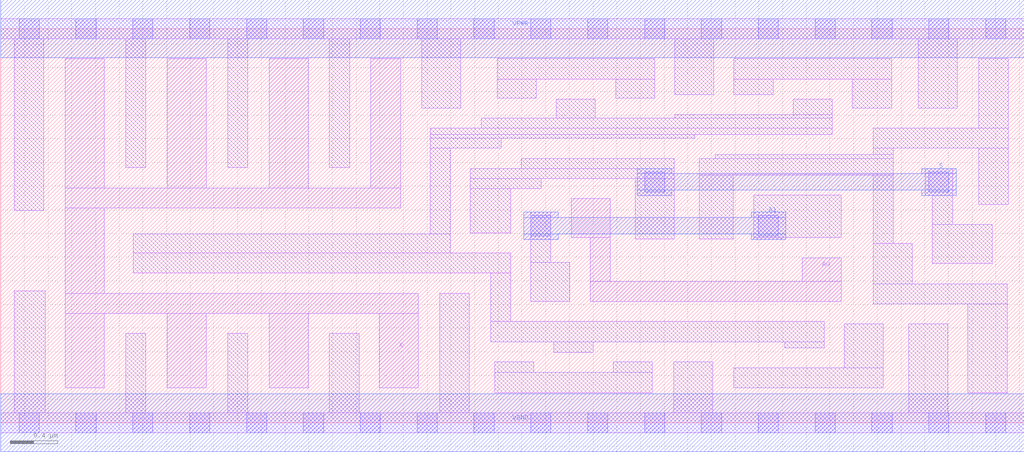
<source format=lef>
# Copyright 2020 The SkyWater PDK Authors
#
# Licensed under the Apache License, Version 2.0 (the "License");
# you may not use this file except in compliance with the License.
# You may obtain a copy of the License at
#
#     https://www.apache.org/licenses/LICENSE-2.0
#
# Unless required by applicable law or agreed to in writing, software
# distributed under the License is distributed on an "AS IS" BASIS,
# WITHOUT WARRANTIES OR CONDITIONS OF ANY KIND, either express or implied.
# See the License for the specific language governing permissions and
# limitations under the License.
#
# SPDX-License-Identifier: Apache-2.0

VERSION 5.7 ;
  NAMESCASESENSITIVE ON ;
  NOWIREEXTENSIONATPIN ON ;
  DIVIDERCHAR "/" ;
  BUSBITCHARS "[]" ;
UNITS
  DATABASE MICRONS 200 ;
END UNITS
MACRO sky130_fd_sc_lp__mux2_8
  CLASS CORE ;
  FOREIGN sky130_fd_sc_lp__mux2_8 ;
  ORIGIN  0.000000  0.000000 ;
  SIZE  8.640000 BY  3.330000 ;
  SYMMETRY X Y R90 ;
  SITE unit ;
  PIN A0
    ANTENNAGATEAREA  0.492000 ;
    DIRECTION INPUT ;
    USE SIGNAL ;
    PORT
      LAYER li1 ;
        RECT 4.815000 1.565000 5.145000 1.895000 ;
        RECT 4.975000 1.025000 7.095000 1.195000 ;
        RECT 4.975000 1.195000 5.145000 1.565000 ;
        RECT 6.765000 1.195000 7.095000 1.395000 ;
    END
  END A0
  PIN A1
    ANTENNAGATEAREA  0.492000 ;
    DIRECTION INPUT ;
    USE SIGNAL ;
    PORT
      LAYER met1 ;
        RECT 4.415000 1.550000 4.705000 1.595000 ;
        RECT 4.415000 1.595000 6.625000 1.735000 ;
        RECT 4.415000 1.735000 4.705000 1.780000 ;
        RECT 6.335000 1.550000 6.625000 1.595000 ;
        RECT 6.335000 1.735000 6.625000 1.780000 ;
    END
  END A1
  PIN S
    ANTENNAGATEAREA  0.807000 ;
    DIRECTION INPUT ;
    USE SIGNAL ;
    PORT
      LAYER met1 ;
        RECT 5.375000 1.920000 5.665000 1.965000 ;
        RECT 5.375000 1.965000 8.065000 2.105000 ;
        RECT 5.375000 2.105000 5.665000 2.150000 ;
        RECT 7.775000 1.920000 8.065000 1.965000 ;
        RECT 7.775000 2.105000 8.065000 2.150000 ;
    END
  END S
  PIN X
    ANTENNADIFFAREA  2.352000 ;
    DIRECTION OUTPUT ;
    USE SIGNAL ;
    PORT
      LAYER li1 ;
        RECT 0.545000 0.295000 0.875000 0.925000 ;
        RECT 0.545000 0.925000 3.525000 1.095000 ;
        RECT 0.545000 1.095000 0.875000 1.815000 ;
        RECT 0.545000 1.815000 3.375000 1.985000 ;
        RECT 0.545000 1.985000 0.875000 3.075000 ;
        RECT 1.405000 0.295000 1.735000 0.925000 ;
        RECT 1.405000 1.985000 1.735000 3.075000 ;
        RECT 2.265000 0.295000 2.595000 0.925000 ;
        RECT 2.265000 1.985000 2.595000 3.075000 ;
        RECT 3.125000 1.985000 3.375000 3.075000 ;
        RECT 3.195000 0.295000 3.525000 0.925000 ;
    END
  END X
  PIN VGND
    DIRECTION INOUT ;
    USE GROUND ;
    PORT
      LAYER met1 ;
        RECT 0.000000 -0.245000 8.640000 0.245000 ;
    END
  END VGND
  PIN VPWR
    DIRECTION INOUT ;
    USE POWER ;
    PORT
      LAYER met1 ;
        RECT 0.000000 3.085000 8.640000 3.575000 ;
    END
  END VPWR
  OBS
    LAYER li1 ;
      RECT 0.000000 -0.085000 8.640000 0.085000 ;
      RECT 0.000000  3.245000 8.640000 3.415000 ;
      RECT 0.115000  0.085000 0.375000 1.115000 ;
      RECT 0.115000  1.795000 0.365000 3.245000 ;
      RECT 1.055000  0.085000 1.225000 0.755000 ;
      RECT 1.055000  2.155000 1.225000 3.245000 ;
      RECT 1.120000  1.265000 4.305000 1.435000 ;
      RECT 1.120000  1.435000 3.795000 1.595000 ;
      RECT 1.915000  0.085000 2.085000 0.755000 ;
      RECT 1.915000  2.155000 2.085000 3.245000 ;
      RECT 2.775000  0.085000 3.025000 0.755000 ;
      RECT 2.775000  2.155000 2.945000 3.245000 ;
      RECT 3.555000  2.660000 3.885000 3.245000 ;
      RECT 3.625000  1.595000 3.795000 2.320000 ;
      RECT 3.625000  2.320000 4.225000 2.405000 ;
      RECT 3.625000  2.405000 5.860000 2.435000 ;
      RECT 3.625000  2.435000 7.020000 2.490000 ;
      RECT 3.705000  0.085000 3.955000 1.095000 ;
      RECT 3.965000  1.605000 4.305000 1.980000 ;
      RECT 3.965000  1.980000 4.565000 2.065000 ;
      RECT 3.965000  2.065000 5.685000 2.150000 ;
      RECT 4.055000  2.490000 7.020000 2.575000 ;
      RECT 4.135000  0.685000 6.950000 0.855000 ;
      RECT 4.135000  0.855000 4.305000 1.265000 ;
      RECT 4.170000  0.255000 5.500000 0.425000 ;
      RECT 4.170000  0.425000 4.500000 0.515000 ;
      RECT 4.190000  2.745000 4.520000 2.905000 ;
      RECT 4.190000  2.905000 5.520000 3.075000 ;
      RECT 4.395000  2.150000 5.685000 2.235000 ;
      RECT 4.475000  1.025000 4.805000 1.355000 ;
      RECT 4.475000  1.355000 4.645000 1.780000 ;
      RECT 4.670000  0.595000 5.000000 0.685000 ;
      RECT 4.690000  2.575000 5.020000 2.735000 ;
      RECT 5.170000  0.425000 5.500000 0.515000 ;
      RECT 5.190000  2.745000 5.520000 2.905000 ;
      RECT 5.355000  1.555000 5.685000 2.065000 ;
      RECT 5.680000  0.085000 6.010000 0.515000 ;
      RECT 5.690000  2.575000 7.020000 2.605000 ;
      RECT 5.690000  2.775000 6.020000 3.245000 ;
      RECT 5.895000  1.555000 6.185000 2.095000 ;
      RECT 5.895000  2.095000 7.535000 2.235000 ;
      RECT 6.030000  2.235000 7.535000 2.265000 ;
      RECT 6.190000  0.295000 7.450000 0.465000 ;
      RECT 6.190000  2.775000 6.520000 2.905000 ;
      RECT 6.190000  2.905000 7.520000 3.075000 ;
      RECT 6.355000  1.550000 6.595000 1.565000 ;
      RECT 6.355000  1.565000 7.095000 1.925000 ;
      RECT 6.620000  0.635000 6.950000 0.685000 ;
      RECT 6.690000  2.605000 7.020000 2.735000 ;
      RECT 7.120000  0.465000 7.450000 0.835000 ;
      RECT 7.190000  2.660000 7.520000 2.905000 ;
      RECT 7.365000  1.005000 8.495000 1.175000 ;
      RECT 7.365000  1.175000 7.695000 1.515000 ;
      RECT 7.365000  1.515000 7.535000 2.095000 ;
      RECT 7.365000  2.265000 7.535000 2.320000 ;
      RECT 7.365000  2.320000 8.505000 2.490000 ;
      RECT 7.665000  0.085000 7.995000 0.835000 ;
      RECT 7.745000  2.660000 8.075000 3.245000 ;
      RECT 7.805000  1.920000 8.035000 2.150000 ;
      RECT 7.865000  1.345000 8.370000 1.675000 ;
      RECT 7.865000  1.675000 8.035000 1.920000 ;
      RECT 8.165000  0.255000 8.495000 1.005000 ;
      RECT 8.255000  1.845000 8.505000 2.320000 ;
      RECT 8.255000  2.490000 8.505000 3.075000 ;
    LAYER mcon ;
      RECT 0.155000 -0.085000 0.325000 0.085000 ;
      RECT 0.155000  3.245000 0.325000 3.415000 ;
      RECT 0.635000 -0.085000 0.805000 0.085000 ;
      RECT 0.635000  3.245000 0.805000 3.415000 ;
      RECT 1.115000 -0.085000 1.285000 0.085000 ;
      RECT 1.115000  3.245000 1.285000 3.415000 ;
      RECT 1.595000 -0.085000 1.765000 0.085000 ;
      RECT 1.595000  3.245000 1.765000 3.415000 ;
      RECT 2.075000 -0.085000 2.245000 0.085000 ;
      RECT 2.075000  3.245000 2.245000 3.415000 ;
      RECT 2.555000 -0.085000 2.725000 0.085000 ;
      RECT 2.555000  3.245000 2.725000 3.415000 ;
      RECT 3.035000 -0.085000 3.205000 0.085000 ;
      RECT 3.035000  3.245000 3.205000 3.415000 ;
      RECT 3.515000 -0.085000 3.685000 0.085000 ;
      RECT 3.515000  3.245000 3.685000 3.415000 ;
      RECT 3.995000 -0.085000 4.165000 0.085000 ;
      RECT 3.995000  3.245000 4.165000 3.415000 ;
      RECT 4.475000 -0.085000 4.645000 0.085000 ;
      RECT 4.475000  1.580000 4.645000 1.750000 ;
      RECT 4.475000  3.245000 4.645000 3.415000 ;
      RECT 4.955000 -0.085000 5.125000 0.085000 ;
      RECT 4.955000  3.245000 5.125000 3.415000 ;
      RECT 5.435000 -0.085000 5.605000 0.085000 ;
      RECT 5.435000  1.950000 5.605000 2.120000 ;
      RECT 5.435000  3.245000 5.605000 3.415000 ;
      RECT 5.915000 -0.085000 6.085000 0.085000 ;
      RECT 5.915000  3.245000 6.085000 3.415000 ;
      RECT 6.395000 -0.085000 6.565000 0.085000 ;
      RECT 6.395000  1.580000 6.565000 1.750000 ;
      RECT 6.395000  3.245000 6.565000 3.415000 ;
      RECT 6.875000 -0.085000 7.045000 0.085000 ;
      RECT 6.875000  3.245000 7.045000 3.415000 ;
      RECT 7.355000 -0.085000 7.525000 0.085000 ;
      RECT 7.355000  3.245000 7.525000 3.415000 ;
      RECT 7.835000 -0.085000 8.005000 0.085000 ;
      RECT 7.835000  1.950000 8.005000 2.120000 ;
      RECT 7.835000  3.245000 8.005000 3.415000 ;
      RECT 8.315000 -0.085000 8.485000 0.085000 ;
      RECT 8.315000  3.245000 8.485000 3.415000 ;
  END
END sky130_fd_sc_lp__mux2_8
END LIBRARY

</source>
